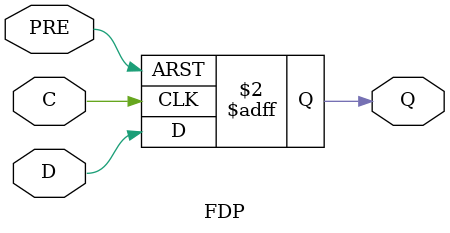
<source format=v>

/*

FUNCTION    : D-FLIP-FLOP with async preset

*/

// `celldefine
`timescale  100 ps / 10 ps

module FDP (Q, C, D, PRE);

    parameter INIT = 1'b1;

    output Q;
    reg    Q;

    input  C, D, PRE;

    always @(posedge PRE or posedge C)
        if (PRE)
        Q <= 1;
        else
        Q <= D;

endmodule

</source>
